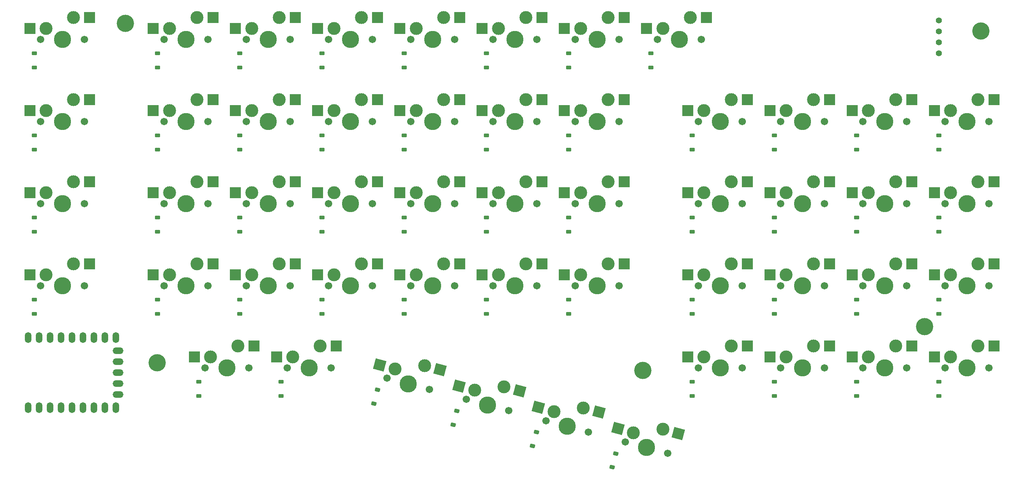
<source format=gbr>
%TF.GenerationSoftware,KiCad,Pcbnew,7.0.1*%
%TF.CreationDate,2023-09-01T15:37:29-04:00*%
%TF.ProjectId,macropad,6d616372-6f70-4616-942e-6b696361645f,rev?*%
%TF.SameCoordinates,Original*%
%TF.FileFunction,Soldermask,Bot*%
%TF.FilePolarity,Negative*%
%FSLAX46Y46*%
G04 Gerber Fmt 4.6, Leading zero omitted, Abs format (unit mm)*
G04 Created by KiCad (PCBNEW 7.0.1) date 2023-09-01 15:37:29*
%MOMM*%
%LPD*%
G01*
G04 APERTURE LIST*
G04 Aperture macros list*
%AMRoundRect*
0 Rectangle with rounded corners*
0 $1 Rounding radius*
0 $2 $3 $4 $5 $6 $7 $8 $9 X,Y pos of 4 corners*
0 Add a 4 corners polygon primitive as box body*
4,1,4,$2,$3,$4,$5,$6,$7,$8,$9,$2,$3,0*
0 Add four circle primitives for the rounded corners*
1,1,$1+$1,$2,$3*
1,1,$1+$1,$4,$5*
1,1,$1+$1,$6,$7*
1,1,$1+$1,$8,$9*
0 Add four rect primitives between the rounded corners*
20,1,$1+$1,$2,$3,$4,$5,0*
20,1,$1+$1,$4,$5,$6,$7,0*
20,1,$1+$1,$6,$7,$8,$9,0*
20,1,$1+$1,$8,$9,$2,$3,0*%
%AMRotRect*
0 Rectangle, with rotation*
0 The origin of the aperture is its center*
0 $1 length*
0 $2 width*
0 $3 Rotation angle, in degrees counterclockwise*
0 Add horizontal line*
21,1,$1,$2,0,0,$3*%
G04 Aperture macros list end*
%ADD10C,0.500000*%
%ADD11C,4.000000*%
%ADD12C,1.701800*%
%ADD13C,3.000000*%
%ADD14C,3.987800*%
%ADD15R,2.550000X2.500000*%
%ADD16RotRect,2.550000X2.500000X345.000000*%
%ADD17C,1.397000*%
%ADD18O,1.500000X2.500000*%
%ADD19O,2.500000X1.500000*%
%ADD20RoundRect,0.225000X0.375000X-0.225000X0.375000X0.225000X-0.375000X0.225000X-0.375000X-0.225000X0*%
%ADD21RoundRect,0.225000X0.303988X-0.314390X0.420456X0.120276X-0.303988X0.314390X-0.420456X-0.120276X0*%
G04 APERTURE END LIST*
D10*
%TO.C,m2*%
X59714000Y-109474000D03*
X60154000Y-108414000D03*
X60154000Y-110534000D03*
X61214000Y-107974000D03*
D11*
X61214000Y-109474000D03*
D10*
X61214000Y-110974000D03*
X62274000Y-108414000D03*
X62274000Y-110534000D03*
X62714000Y-109474000D03*
%TD*%
%TO.C,m2*%
X52348000Y-30734000D03*
X52788000Y-29674000D03*
X52788000Y-31794000D03*
X53848000Y-29234000D03*
D11*
X53848000Y-30734000D03*
D10*
X53848000Y-32234000D03*
X54908000Y-29674000D03*
X54908000Y-31794000D03*
X55348000Y-30734000D03*
%TD*%
D11*
%TO.C,m2*%
X173736000Y-111252000D03*
D10*
X175236000Y-111252000D03*
X172236000Y-111252000D03*
X173736000Y-112752000D03*
X173736000Y-109752000D03*
X174796000Y-112312000D03*
X172676000Y-112312000D03*
X172676000Y-110192000D03*
X174796000Y-110192000D03*
%TD*%
%TO.C,m2*%
X237514000Y-101092000D03*
X237954000Y-100032000D03*
X237954000Y-102152000D03*
X239014000Y-99592000D03*
D11*
X239014000Y-101092000D03*
D10*
X239014000Y-102592000D03*
X240074000Y-100032000D03*
X240074000Y-102152000D03*
X240514000Y-101092000D03*
%TD*%
%TO.C,m2*%
X250512000Y-32556000D03*
X250952000Y-31496000D03*
X250952000Y-33616000D03*
X252012000Y-31056000D03*
D11*
X252012000Y-32556000D03*
D10*
X252012000Y-34056000D03*
X253072000Y-31496000D03*
X253072000Y-33616000D03*
X253512000Y-32556000D03*
%TD*%
D12*
%TO.C,SW51*%
X243757500Y-110725000D03*
D13*
X245027500Y-108185000D03*
D14*
X248837500Y-110725000D03*
D13*
X251377500Y-105645000D03*
D12*
X253917500Y-110725000D03*
D15*
X255127500Y-105645000D03*
X241277500Y-108185000D03*
%TD*%
D12*
%TO.C,SW50*%
X224707500Y-110725000D03*
D13*
X225977500Y-108185000D03*
D14*
X229787500Y-110725000D03*
D13*
X232327500Y-105645000D03*
D12*
X234867500Y-110725000D03*
D15*
X236077500Y-105645000D03*
X222227500Y-108185000D03*
%TD*%
D12*
%TO.C,SW49*%
X205657500Y-110725000D03*
D13*
X206927500Y-108185000D03*
D14*
X210737500Y-110725000D03*
D13*
X213277500Y-105645000D03*
D12*
X215817500Y-110725000D03*
D15*
X217027500Y-105645000D03*
X203177500Y-108185000D03*
%TD*%
D12*
%TO.C,SW48*%
X186607500Y-110725000D03*
D13*
X187877500Y-108185000D03*
D14*
X191687500Y-110725000D03*
D13*
X194227500Y-105645000D03*
D12*
X196767500Y-110725000D03*
D15*
X197977500Y-105645000D03*
X184127500Y-108185000D03*
%TD*%
D12*
%TO.C,SW47*%
X169676946Y-127862607D03*
D13*
X171561072Y-125737856D03*
D14*
X174583849Y-129177408D03*
D13*
X178352101Y-124927905D03*
D12*
X179490752Y-130492209D03*
D16*
X181974323Y-125898477D03*
X167938850Y-124767284D03*
%TD*%
D12*
%TO.C,SW46*%
X151276059Y-122932104D03*
D13*
X153160185Y-120807353D03*
D14*
X156182962Y-124246905D03*
D13*
X159951214Y-119997402D03*
D12*
X161089865Y-125561706D03*
D16*
X163573436Y-120967974D03*
X149537963Y-119836781D03*
%TD*%
D12*
%TO.C,SW45*%
X132875172Y-118001601D03*
D13*
X134759298Y-115876850D03*
D14*
X137782075Y-119316402D03*
D13*
X141550327Y-115066899D03*
D12*
X142688978Y-120631203D03*
D16*
X145172549Y-116037471D03*
X131137076Y-114906278D03*
%TD*%
D12*
%TO.C,SW44*%
X114474285Y-113071099D03*
D13*
X116358411Y-110946348D03*
D14*
X119381188Y-114385900D03*
D13*
X123149440Y-110136397D03*
D12*
X124288091Y-115700701D03*
D16*
X126771662Y-111106969D03*
X112736189Y-109975776D03*
%TD*%
D12*
%TO.C,SW43*%
X91357500Y-110725000D03*
D13*
X92627500Y-108185000D03*
D14*
X96437500Y-110725000D03*
D13*
X98977500Y-105645000D03*
D12*
X101517500Y-110725000D03*
D15*
X102727500Y-105645000D03*
X88877500Y-108185000D03*
%TD*%
D12*
%TO.C,SW42*%
X72307500Y-110725000D03*
D13*
X73577500Y-108185000D03*
D14*
X77387500Y-110725000D03*
D13*
X79927500Y-105645000D03*
D12*
X82467500Y-110725000D03*
D15*
X83677500Y-105645000D03*
X69827500Y-108185000D03*
%TD*%
D12*
%TO.C,SW41*%
X243757500Y-91675000D03*
D13*
X245027500Y-89135000D03*
D14*
X248837500Y-91675000D03*
D13*
X251377500Y-86595000D03*
D12*
X253917500Y-91675000D03*
D15*
X255127500Y-86595000D03*
X241277500Y-89135000D03*
%TD*%
D12*
%TO.C,SW40*%
X224707500Y-91675000D03*
D13*
X225977500Y-89135000D03*
D14*
X229787500Y-91675000D03*
D13*
X232327500Y-86595000D03*
D12*
X234867500Y-91675000D03*
D15*
X236077500Y-86595000D03*
X222227500Y-89135000D03*
%TD*%
D12*
%TO.C,SW39*%
X205657500Y-91675000D03*
D13*
X206927500Y-89135000D03*
D14*
X210737500Y-91675000D03*
D13*
X213277500Y-86595000D03*
D12*
X215817500Y-91675000D03*
D15*
X217027500Y-86595000D03*
X203177500Y-89135000D03*
%TD*%
D12*
%TO.C,SW38*%
X186607500Y-91675000D03*
D13*
X187877500Y-89135000D03*
D14*
X191687500Y-91675000D03*
D13*
X194227500Y-86595000D03*
D12*
X196767500Y-91675000D03*
D15*
X197977500Y-86595000D03*
X184127500Y-89135000D03*
%TD*%
D12*
%TO.C,SW37*%
X158032500Y-91675000D03*
D13*
X159302500Y-89135000D03*
D14*
X163112500Y-91675000D03*
D13*
X165652500Y-86595000D03*
D12*
X168192500Y-91675000D03*
D15*
X169402500Y-86595000D03*
X155552500Y-89135000D03*
%TD*%
D12*
%TO.C,SW36*%
X138982500Y-91675000D03*
D13*
X140252500Y-89135000D03*
D14*
X144062500Y-91675000D03*
D13*
X146602500Y-86595000D03*
D12*
X149142500Y-91675000D03*
D15*
X150352500Y-86595000D03*
X136502500Y-89135000D03*
%TD*%
D12*
%TO.C,SW35*%
X119932500Y-91675000D03*
D13*
X121202500Y-89135000D03*
D14*
X125012500Y-91675000D03*
D13*
X127552500Y-86595000D03*
D12*
X130092500Y-91675000D03*
D15*
X131302500Y-86595000D03*
X117452500Y-89135000D03*
%TD*%
D12*
%TO.C,SW34*%
X100882500Y-91675000D03*
D13*
X102152500Y-89135000D03*
D14*
X105962500Y-91675000D03*
D13*
X108502500Y-86595000D03*
D12*
X111042500Y-91675000D03*
D15*
X112252500Y-86595000D03*
X98402500Y-89135000D03*
%TD*%
D12*
%TO.C,SW33*%
X81832500Y-91675000D03*
D13*
X83102500Y-89135000D03*
D14*
X86912500Y-91675000D03*
D13*
X89452500Y-86595000D03*
D12*
X91992500Y-91675000D03*
D15*
X93202500Y-86595000D03*
X79352500Y-89135000D03*
%TD*%
D12*
%TO.C,SW32*%
X62782500Y-91675000D03*
D13*
X64052500Y-89135000D03*
D14*
X67862500Y-91675000D03*
D13*
X70402500Y-86595000D03*
D12*
X72942500Y-91675000D03*
D15*
X74152500Y-86595000D03*
X60302500Y-89135000D03*
%TD*%
D12*
%TO.C,SW31*%
X34207500Y-91675000D03*
D13*
X35477500Y-89135000D03*
D14*
X39287500Y-91675000D03*
D13*
X41827500Y-86595000D03*
D12*
X44367500Y-91675000D03*
D15*
X45577500Y-86595000D03*
X31727500Y-89135000D03*
%TD*%
D12*
%TO.C,SW30*%
X243757500Y-72625000D03*
D13*
X245027500Y-70085000D03*
D14*
X248837500Y-72625000D03*
D13*
X251377500Y-67545000D03*
D12*
X253917500Y-72625000D03*
D15*
X255127500Y-67545000D03*
X241277500Y-70085000D03*
%TD*%
D12*
%TO.C,SW29*%
X224707500Y-72625000D03*
D13*
X225977500Y-70085000D03*
D14*
X229787500Y-72625000D03*
D13*
X232327500Y-67545000D03*
D12*
X234867500Y-72625000D03*
D15*
X236077500Y-67545000D03*
X222227500Y-70085000D03*
%TD*%
D12*
%TO.C,SW28*%
X205657500Y-72625000D03*
D13*
X206927500Y-70085000D03*
D14*
X210737500Y-72625000D03*
D13*
X213277500Y-67545000D03*
D12*
X215817500Y-72625000D03*
D15*
X217027500Y-67545000D03*
X203177500Y-70085000D03*
%TD*%
D12*
%TO.C,SW27*%
X186607500Y-72625000D03*
D13*
X187877500Y-70085000D03*
D14*
X191687500Y-72625000D03*
D13*
X194227500Y-67545000D03*
D12*
X196767500Y-72625000D03*
D15*
X197977500Y-67545000D03*
X184127500Y-70085000D03*
%TD*%
D12*
%TO.C,SW26*%
X158032500Y-72625000D03*
D13*
X159302500Y-70085000D03*
D14*
X163112500Y-72625000D03*
D13*
X165652500Y-67545000D03*
D12*
X168192500Y-72625000D03*
D15*
X169402500Y-67545000D03*
X155552500Y-70085000D03*
%TD*%
D12*
%TO.C,SW25*%
X138982500Y-72625000D03*
D13*
X140252500Y-70085000D03*
D14*
X144062500Y-72625000D03*
D13*
X146602500Y-67545000D03*
D12*
X149142500Y-72625000D03*
D15*
X150352500Y-67545000D03*
X136502500Y-70085000D03*
%TD*%
D12*
%TO.C,SW24*%
X119932500Y-72625000D03*
D13*
X121202500Y-70085000D03*
D14*
X125012500Y-72625000D03*
D13*
X127552500Y-67545000D03*
D12*
X130092500Y-72625000D03*
D15*
X131302500Y-67545000D03*
X117452500Y-70085000D03*
%TD*%
D12*
%TO.C,SW23*%
X100882500Y-72625000D03*
D13*
X102152500Y-70085000D03*
D14*
X105962500Y-72625000D03*
D13*
X108502500Y-67545000D03*
D12*
X111042500Y-72625000D03*
D15*
X112252500Y-67545000D03*
X98402500Y-70085000D03*
%TD*%
D12*
%TO.C,SW22*%
X81832500Y-72625000D03*
D13*
X83102500Y-70085000D03*
D14*
X86912500Y-72625000D03*
D13*
X89452500Y-67545000D03*
D12*
X91992500Y-72625000D03*
D15*
X93202500Y-67545000D03*
X79352500Y-70085000D03*
%TD*%
D12*
%TO.C,SW21*%
X62782500Y-72625000D03*
D13*
X64052500Y-70085000D03*
D14*
X67862500Y-72625000D03*
D13*
X70402500Y-67545000D03*
D12*
X72942500Y-72625000D03*
D15*
X74152500Y-67545000D03*
X60302500Y-70085000D03*
%TD*%
D12*
%TO.C,SW20*%
X34207500Y-72625000D03*
D13*
X35477500Y-70085000D03*
D14*
X39287500Y-72625000D03*
D13*
X41827500Y-67545000D03*
D12*
X44367500Y-72625000D03*
D15*
X45577500Y-67545000D03*
X31727500Y-70085000D03*
%TD*%
D12*
%TO.C,SW19*%
X243757500Y-53575000D03*
D13*
X245027500Y-51035000D03*
D14*
X248837500Y-53575000D03*
D13*
X251377500Y-48495000D03*
D12*
X253917500Y-53575000D03*
D15*
X255127500Y-48495000D03*
X241277500Y-51035000D03*
%TD*%
D12*
%TO.C,SW18*%
X224707500Y-53575000D03*
D13*
X225977500Y-51035000D03*
D14*
X229787500Y-53575000D03*
D13*
X232327500Y-48495000D03*
D12*
X234867500Y-53575000D03*
D15*
X236077500Y-48495000D03*
X222227500Y-51035000D03*
%TD*%
D12*
%TO.C,SW17*%
X205657500Y-53575000D03*
D13*
X206927500Y-51035000D03*
D14*
X210737500Y-53575000D03*
D13*
X213277500Y-48495000D03*
D12*
X215817500Y-53575000D03*
D15*
X217027500Y-48495000D03*
X203177500Y-51035000D03*
%TD*%
D12*
%TO.C,SW16*%
X186607500Y-53575000D03*
D13*
X187877500Y-51035000D03*
D14*
X191687500Y-53575000D03*
D13*
X194227500Y-48495000D03*
D12*
X196767500Y-53575000D03*
D15*
X197977500Y-48495000D03*
X184127500Y-51035000D03*
%TD*%
D12*
%TO.C,SW15*%
X158032500Y-53575000D03*
D13*
X159302500Y-51035000D03*
D14*
X163112500Y-53575000D03*
D13*
X165652500Y-48495000D03*
D12*
X168192500Y-53575000D03*
D15*
X169402500Y-48495000D03*
X155552500Y-51035000D03*
%TD*%
D12*
%TO.C,SW14*%
X138982500Y-53575000D03*
D13*
X140252500Y-51035000D03*
D14*
X144062500Y-53575000D03*
D13*
X146602500Y-48495000D03*
D12*
X149142500Y-53575000D03*
D15*
X150352500Y-48495000D03*
X136502500Y-51035000D03*
%TD*%
D12*
%TO.C,SW13*%
X119932500Y-53575000D03*
D13*
X121202500Y-51035000D03*
D14*
X125012500Y-53575000D03*
D13*
X127552500Y-48495000D03*
D12*
X130092500Y-53575000D03*
D15*
X131302500Y-48495000D03*
X117452500Y-51035000D03*
%TD*%
D12*
%TO.C,SW12*%
X100882500Y-53575000D03*
D13*
X102152500Y-51035000D03*
D14*
X105962500Y-53575000D03*
D13*
X108502500Y-48495000D03*
D12*
X111042500Y-53575000D03*
D15*
X112252500Y-48495000D03*
X98402500Y-51035000D03*
%TD*%
D12*
%TO.C,SW11*%
X81832500Y-53575000D03*
D13*
X83102500Y-51035000D03*
D14*
X86912500Y-53575000D03*
D13*
X89452500Y-48495000D03*
D12*
X91992500Y-53575000D03*
D15*
X93202500Y-48495000D03*
X79352500Y-51035000D03*
%TD*%
D12*
%TO.C,SW10*%
X62782500Y-53575000D03*
D13*
X64052500Y-51035000D03*
D14*
X67862500Y-53575000D03*
D13*
X70402500Y-48495000D03*
D12*
X72942500Y-53575000D03*
D15*
X74152500Y-48495000D03*
X60302500Y-51035000D03*
%TD*%
D12*
%TO.C,SW9*%
X34207500Y-53575000D03*
D13*
X35477500Y-51035000D03*
D14*
X39287500Y-53575000D03*
D13*
X41827500Y-48495000D03*
D12*
X44367500Y-53575000D03*
D15*
X45577500Y-48495000D03*
X31727500Y-51035000D03*
%TD*%
D12*
%TO.C,SW8*%
X177082500Y-34525000D03*
D13*
X178352500Y-31985000D03*
D14*
X182162500Y-34525000D03*
D13*
X184702500Y-29445000D03*
D12*
X187242500Y-34525000D03*
D15*
X188452500Y-29445000D03*
X174602500Y-31985000D03*
%TD*%
D12*
%TO.C,SW7*%
X158032500Y-34525000D03*
D13*
X159302500Y-31985000D03*
D14*
X163112500Y-34525000D03*
D13*
X165652500Y-29445000D03*
D12*
X168192500Y-34525000D03*
D15*
X169402500Y-29445000D03*
X155552500Y-31985000D03*
%TD*%
D12*
%TO.C,SW6*%
X138982500Y-34525000D03*
D13*
X140252500Y-31985000D03*
D14*
X144062500Y-34525000D03*
D13*
X146602500Y-29445000D03*
D12*
X149142500Y-34525000D03*
D15*
X150352500Y-29445000D03*
X136502500Y-31985000D03*
%TD*%
D12*
%TO.C,SW5*%
X119932500Y-34525000D03*
D13*
X121202500Y-31985000D03*
D14*
X125012500Y-34525000D03*
D13*
X127552500Y-29445000D03*
D12*
X130092500Y-34525000D03*
D15*
X131302500Y-29445000D03*
X117452500Y-31985000D03*
%TD*%
D12*
%TO.C,SW4*%
X100882500Y-34525000D03*
D13*
X102152500Y-31985000D03*
D14*
X105962500Y-34525000D03*
D13*
X108502500Y-29445000D03*
D12*
X111042500Y-34525000D03*
D15*
X112252500Y-29445000D03*
X98402500Y-31985000D03*
%TD*%
D12*
%TO.C,SW3*%
X81832500Y-34525000D03*
D13*
X83102500Y-31985000D03*
D14*
X86912500Y-34525000D03*
D13*
X89452500Y-29445000D03*
D12*
X91992500Y-34525000D03*
D15*
X93202500Y-29445000D03*
X79352500Y-31985000D03*
%TD*%
D12*
%TO.C,SW2*%
X62782500Y-34525000D03*
D13*
X64052500Y-31985000D03*
D14*
X67862500Y-34525000D03*
D13*
X70402500Y-29445000D03*
D12*
X72942500Y-34525000D03*
D15*
X74152500Y-29445000D03*
X60302500Y-31985000D03*
%TD*%
D12*
%TO.C,SW1*%
X34207500Y-34525000D03*
D13*
X35477500Y-31985000D03*
D14*
X39287500Y-34525000D03*
D13*
X41827500Y-29445000D03*
D12*
X44367500Y-34525000D03*
D15*
X45577500Y-29445000D03*
X31727500Y-31985000D03*
%TD*%
D17*
%TO.C,OL1*%
X242325000Y-37720000D03*
X242325000Y-35180000D03*
X242325000Y-32640000D03*
X242325000Y-30100000D03*
%TD*%
D18*
%TO.C,U1*%
X31330000Y-119900000D03*
X33870000Y-119900000D03*
X36410000Y-119900000D03*
X38950000Y-119900000D03*
X41490000Y-119900000D03*
X44030000Y-119900000D03*
X46570000Y-119900000D03*
X49110000Y-119900000D03*
X51650000Y-119900000D03*
D19*
X52150000Y-116860000D03*
X52150000Y-114320000D03*
X52150000Y-111780000D03*
X52150000Y-109240000D03*
X52150000Y-106700000D03*
D18*
X51650000Y-103660000D03*
X49110000Y-103660000D03*
X46570000Y-103660000D03*
X44030000Y-103660000D03*
X41490000Y-103660000D03*
X38950000Y-103660000D03*
X36410000Y-103660000D03*
X33870000Y-103660000D03*
X31330000Y-103660000D03*
%TD*%
D20*
%TO.C,D31*%
X32757500Y-98142500D03*
X32757500Y-94842500D03*
%TD*%
%TO.C,D32*%
X61332500Y-98142500D03*
X61332500Y-94842500D03*
%TD*%
%TO.C,D19*%
X242307500Y-60042500D03*
X242307500Y-56742500D03*
%TD*%
%TO.C,D10*%
X61332500Y-60042500D03*
X61332500Y-56742500D03*
%TD*%
%TO.C,D35*%
X118482500Y-98142500D03*
X118482500Y-94842500D03*
%TD*%
%TO.C,D28*%
X204207500Y-79092500D03*
X204207500Y-75792500D03*
%TD*%
D21*
%TO.C,D45*%
X129800667Y-123873440D03*
X130654769Y-120685884D03*
%TD*%
D20*
%TO.C,D14*%
X137532500Y-60042500D03*
X137532500Y-56742500D03*
%TD*%
%TO.C,D21*%
X61332500Y-79092500D03*
X61332500Y-75792500D03*
%TD*%
%TO.C,D38*%
X185157500Y-98142500D03*
X185157500Y-94842500D03*
%TD*%
%TO.C,D49*%
X204207500Y-117192500D03*
X204207500Y-113892500D03*
%TD*%
%TO.C,D43*%
X89907500Y-117192500D03*
X89907500Y-113892500D03*
%TD*%
%TO.C,D23*%
X99432500Y-79092500D03*
X99432500Y-75792500D03*
%TD*%
%TO.C,D7*%
X156582500Y-40992500D03*
X156582500Y-37692500D03*
%TD*%
%TO.C,D17*%
X204207500Y-60042500D03*
X204207500Y-56742500D03*
%TD*%
%TO.C,D4*%
X99432500Y-40992500D03*
X99432500Y-37692500D03*
%TD*%
%TO.C,D25*%
X137532500Y-79092500D03*
X137532500Y-75792500D03*
%TD*%
%TO.C,D24*%
X118482500Y-79092500D03*
X118482500Y-75792500D03*
%TD*%
%TO.C,D34*%
X99432500Y-98142500D03*
X99432500Y-94842500D03*
%TD*%
%TO.C,D2*%
X61332500Y-40992500D03*
X61332500Y-37692500D03*
%TD*%
%TO.C,D27*%
X185157500Y-79092500D03*
X185157500Y-75792500D03*
%TD*%
D21*
%TO.C,D44*%
X111399780Y-118942937D03*
X112253882Y-115755381D03*
%TD*%
D20*
%TO.C,D26*%
X156582500Y-79092500D03*
X156582500Y-75792500D03*
%TD*%
%TO.C,D15*%
X156582500Y-60042500D03*
X156582500Y-56742500D03*
%TD*%
%TO.C,D5*%
X118482500Y-40992500D03*
X118482500Y-37692500D03*
%TD*%
%TO.C,D42*%
X70857500Y-117192500D03*
X70857500Y-113892500D03*
%TD*%
%TO.C,D41*%
X242307500Y-98142500D03*
X242307500Y-94842500D03*
%TD*%
%TO.C,D16*%
X185157500Y-60042500D03*
X185157500Y-56742500D03*
%TD*%
%TO.C,D13*%
X118482500Y-60042500D03*
X118482500Y-56742500D03*
%TD*%
D21*
%TO.C,D46*%
X148201554Y-128803942D03*
X149055656Y-125616386D03*
%TD*%
D20*
%TO.C,D18*%
X223257500Y-60042500D03*
X223257500Y-56742500D03*
%TD*%
%TO.C,D40*%
X223257500Y-98142500D03*
X223257500Y-94842500D03*
%TD*%
%TO.C,D12*%
X99432500Y-60042500D03*
X99432500Y-56742500D03*
%TD*%
%TO.C,D11*%
X80382500Y-60042500D03*
X80382500Y-56742500D03*
%TD*%
%TO.C,D8*%
X175632500Y-40992500D03*
X175632500Y-37692500D03*
%TD*%
%TO.C,D29*%
X223257500Y-79092500D03*
X223257500Y-75792500D03*
%TD*%
%TO.C,D6*%
X137532500Y-40992500D03*
X137532500Y-37692500D03*
%TD*%
%TO.C,D51*%
X242307500Y-117192500D03*
X242307500Y-113892500D03*
%TD*%
%TO.C,D3*%
X80382500Y-40992500D03*
X80382500Y-37692500D03*
%TD*%
%TO.C,D9*%
X32757500Y-60042500D03*
X32757500Y-56742500D03*
%TD*%
%TO.C,D37*%
X156582500Y-98142500D03*
X156582500Y-94842500D03*
%TD*%
%TO.C,D50*%
X223257500Y-117192500D03*
X223257500Y-113892500D03*
%TD*%
D21*
%TO.C,D47*%
X166602441Y-133734445D03*
X167456543Y-130546889D03*
%TD*%
D20*
%TO.C,D30*%
X242307500Y-79092500D03*
X242307500Y-75792500D03*
%TD*%
%TO.C,D20*%
X32757500Y-79092500D03*
X32757500Y-75792500D03*
%TD*%
%TO.C,D48*%
X185157500Y-117192500D03*
X185157500Y-113892500D03*
%TD*%
%TO.C,D36*%
X137532500Y-98142500D03*
X137532500Y-94842500D03*
%TD*%
%TO.C,D22*%
X80382500Y-79092500D03*
X80382500Y-75792500D03*
%TD*%
%TO.C,D1*%
X32757500Y-40992500D03*
X32757500Y-37692500D03*
%TD*%
%TO.C,D39*%
X204207500Y-98142500D03*
X204207500Y-94842500D03*
%TD*%
%TO.C,D33*%
X80382500Y-98142500D03*
X80382500Y-94842500D03*
%TD*%
M02*

</source>
